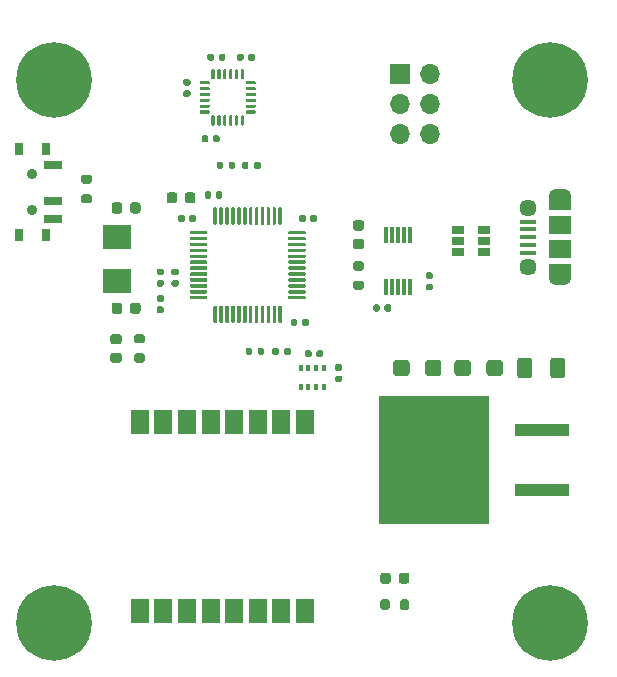
<source format=gbr>
%TF.GenerationSoftware,KiCad,Pcbnew,(5.1.9)-1*%
%TF.CreationDate,2021-09-16T13:16:14+03:00*%
%TF.ProjectId,STM32-V1,53544d33-322d-4563-912e-6b696361645f,rev?*%
%TF.SameCoordinates,Original*%
%TF.FileFunction,Soldermask,Top*%
%TF.FilePolarity,Negative*%
%FSLAX46Y46*%
G04 Gerber Fmt 4.6, Leading zero omitted, Abs format (unit mm)*
G04 Created by KiCad (PCBNEW (5.1.9)-1) date 2021-09-16 13:16:14*
%MOMM*%
%LPD*%
G01*
G04 APERTURE LIST*
%ADD10R,2.400000X2.000000*%
%ADD11R,0.300000X1.400000*%
%ADD12R,1.500000X2.000000*%
%ADD13C,0.800000*%
%ADD14C,6.400000*%
%ADD15R,1.900000X1.500000*%
%ADD16C,1.450000*%
%ADD17R,1.350000X0.400000*%
%ADD18O,1.900000X1.200000*%
%ADD19R,1.900000X1.200000*%
%ADD20R,1.700000X1.700000*%
%ADD21O,1.700000X1.700000*%
%ADD22C,0.900000*%
%ADD23R,1.500000X0.700000*%
%ADD24R,0.800000X1.000000*%
%ADD25R,4.600000X1.100000*%
%ADD26R,9.400000X10.800000*%
%ADD27R,1.060000X0.650000*%
%ADD28R,0.350000X0.500000*%
G04 APERTURE END LIST*
D10*
%TO.C,Y1*%
X93350000Y-111550000D03*
X93350000Y-107850000D03*
%TD*%
D11*
%TO.C,U7*%
X118125000Y-107675000D03*
X117625000Y-107675000D03*
X117125000Y-107675000D03*
X116625000Y-107675000D03*
X116125000Y-107675000D03*
X116125000Y-112075000D03*
X116625000Y-112075000D03*
X117125000Y-112075000D03*
X117625000Y-112075000D03*
X118125000Y-112075000D03*
%TD*%
D12*
%TO.C,U4*%
X95250000Y-123500000D03*
X97250000Y-123500000D03*
X99250000Y-123500000D03*
X101250000Y-123500000D03*
X103250000Y-123500000D03*
X105250000Y-123500000D03*
X107250000Y-123500000D03*
X109250000Y-123500000D03*
X109250000Y-139500000D03*
X107250000Y-139500000D03*
X105250000Y-139500000D03*
X103250000Y-139500000D03*
X101250000Y-139500000D03*
X99250000Y-139500000D03*
X97250000Y-139500000D03*
X95250000Y-139500000D03*
%TD*%
D13*
%TO.C,H4*%
X89697056Y-92802944D03*
X88000000Y-92100000D03*
X86302944Y-92802944D03*
X85600000Y-94500000D03*
X86302944Y-96197056D03*
X88000000Y-96900000D03*
X89697056Y-96197056D03*
X90400000Y-94500000D03*
D14*
X88000000Y-94500000D03*
%TD*%
D13*
%TO.C,H3*%
X89697056Y-138802944D03*
X88000000Y-138100000D03*
X86302944Y-138802944D03*
X85600000Y-140500000D03*
X86302944Y-142197056D03*
X88000000Y-142900000D03*
X89697056Y-142197056D03*
X90400000Y-140500000D03*
D14*
X88000000Y-140500000D03*
%TD*%
D13*
%TO.C,H2*%
X131697056Y-138802944D03*
X130000000Y-138100000D03*
X128302944Y-138802944D03*
X127600000Y-140500000D03*
X128302944Y-142197056D03*
X130000000Y-142900000D03*
X131697056Y-142197056D03*
X132400000Y-140500000D03*
D14*
X130000000Y-140500000D03*
%TD*%
D13*
%TO.C,H1*%
X131697056Y-92802944D03*
X130000000Y-92100000D03*
X128302944Y-92802944D03*
X127600000Y-94500000D03*
X128302944Y-96197056D03*
X130000000Y-96900000D03*
X131697056Y-96197056D03*
X132400000Y-94500000D03*
D14*
X130000000Y-94500000D03*
%TD*%
%TO.C,C9*%
G36*
G01*
X97170000Y-111050000D02*
X96830000Y-111050000D01*
G75*
G02*
X96690000Y-110910000I0J140000D01*
G01*
X96690000Y-110630000D01*
G75*
G02*
X96830000Y-110490000I140000J0D01*
G01*
X97170000Y-110490000D01*
G75*
G02*
X97310000Y-110630000I0J-140000D01*
G01*
X97310000Y-110910000D01*
G75*
G02*
X97170000Y-111050000I-140000J0D01*
G01*
G37*
G36*
G01*
X97170000Y-112010000D02*
X96830000Y-112010000D01*
G75*
G02*
X96690000Y-111870000I0J140000D01*
G01*
X96690000Y-111590000D01*
G75*
G02*
X96830000Y-111450000I140000J0D01*
G01*
X97170000Y-111450000D01*
G75*
G02*
X97310000Y-111590000I0J-140000D01*
G01*
X97310000Y-111870000D01*
G75*
G02*
X97170000Y-112010000I-140000J0D01*
G01*
G37*
%TD*%
%TO.C,C8*%
G36*
G01*
X98420000Y-111050000D02*
X98080000Y-111050000D01*
G75*
G02*
X97940000Y-110910000I0J140000D01*
G01*
X97940000Y-110630000D01*
G75*
G02*
X98080000Y-110490000I140000J0D01*
G01*
X98420000Y-110490000D01*
G75*
G02*
X98560000Y-110630000I0J-140000D01*
G01*
X98560000Y-110910000D01*
G75*
G02*
X98420000Y-111050000I-140000J0D01*
G01*
G37*
G36*
G01*
X98420000Y-112010000D02*
X98080000Y-112010000D01*
G75*
G02*
X97940000Y-111870000I0J140000D01*
G01*
X97940000Y-111590000D01*
G75*
G02*
X98080000Y-111450000I140000J0D01*
G01*
X98420000Y-111450000D01*
G75*
G02*
X98560000Y-111590000I0J-140000D01*
G01*
X98560000Y-111870000D01*
G75*
G02*
X98420000Y-112010000I-140000J0D01*
G01*
G37*
%TD*%
%TO.C,C15*%
G36*
G01*
X101050000Y-99330000D02*
X101050000Y-99670000D01*
G75*
G02*
X100910000Y-99810000I-140000J0D01*
G01*
X100630000Y-99810000D01*
G75*
G02*
X100490000Y-99670000I0J140000D01*
G01*
X100490000Y-99330000D01*
G75*
G02*
X100630000Y-99190000I140000J0D01*
G01*
X100910000Y-99190000D01*
G75*
G02*
X101050000Y-99330000I0J-140000D01*
G01*
G37*
G36*
G01*
X102010000Y-99330000D02*
X102010000Y-99670000D01*
G75*
G02*
X101870000Y-99810000I-140000J0D01*
G01*
X101590000Y-99810000D01*
G75*
G02*
X101450000Y-99670000I0J140000D01*
G01*
X101450000Y-99330000D01*
G75*
G02*
X101590000Y-99190000I140000J0D01*
G01*
X101870000Y-99190000D01*
G75*
G02*
X102010000Y-99330000I0J-140000D01*
G01*
G37*
%TD*%
%TO.C,C11*%
G36*
G01*
X99080000Y-95400000D02*
X99420000Y-95400000D01*
G75*
G02*
X99560000Y-95540000I0J-140000D01*
G01*
X99560000Y-95820000D01*
G75*
G02*
X99420000Y-95960000I-140000J0D01*
G01*
X99080000Y-95960000D01*
G75*
G02*
X98940000Y-95820000I0J140000D01*
G01*
X98940000Y-95540000D01*
G75*
G02*
X99080000Y-95400000I140000J0D01*
G01*
G37*
G36*
G01*
X99080000Y-94440000D02*
X99420000Y-94440000D01*
G75*
G02*
X99560000Y-94580000I0J-140000D01*
G01*
X99560000Y-94860000D01*
G75*
G02*
X99420000Y-95000000I-140000J0D01*
G01*
X99080000Y-95000000D01*
G75*
G02*
X98940000Y-94860000I0J140000D01*
G01*
X98940000Y-94580000D01*
G75*
G02*
X99080000Y-94440000I140000J0D01*
G01*
G37*
%TD*%
%TO.C,C10*%
G36*
G01*
X104050000Y-92430000D02*
X104050000Y-92770000D01*
G75*
G02*
X103910000Y-92910000I-140000J0D01*
G01*
X103630000Y-92910000D01*
G75*
G02*
X103490000Y-92770000I0J140000D01*
G01*
X103490000Y-92430000D01*
G75*
G02*
X103630000Y-92290000I140000J0D01*
G01*
X103910000Y-92290000D01*
G75*
G02*
X104050000Y-92430000I0J-140000D01*
G01*
G37*
G36*
G01*
X105010000Y-92430000D02*
X105010000Y-92770000D01*
G75*
G02*
X104870000Y-92910000I-140000J0D01*
G01*
X104590000Y-92910000D01*
G75*
G02*
X104450000Y-92770000I0J140000D01*
G01*
X104450000Y-92430000D01*
G75*
G02*
X104590000Y-92290000I140000J0D01*
G01*
X104870000Y-92290000D01*
G75*
G02*
X105010000Y-92430000I0J-140000D01*
G01*
G37*
%TD*%
%TO.C,C2*%
G36*
G01*
X119400000Y-119325001D02*
X119400000Y-118474999D01*
G75*
G02*
X119649999Y-118225000I249999J0D01*
G01*
X120550001Y-118225000D01*
G75*
G02*
X120800000Y-118474999I0J-249999D01*
G01*
X120800000Y-119325001D01*
G75*
G02*
X120550001Y-119575000I-249999J0D01*
G01*
X119649999Y-119575000D01*
G75*
G02*
X119400000Y-119325001I0J249999D01*
G01*
G37*
G36*
G01*
X116700000Y-119325001D02*
X116700000Y-118474999D01*
G75*
G02*
X116949999Y-118225000I249999J0D01*
G01*
X117850001Y-118225000D01*
G75*
G02*
X118100000Y-118474999I0J-249999D01*
G01*
X118100000Y-119325001D01*
G75*
G02*
X117850001Y-119575000I-249999J0D01*
G01*
X116949999Y-119575000D01*
G75*
G02*
X116700000Y-119325001I0J249999D01*
G01*
G37*
%TD*%
%TO.C,C1*%
G36*
G01*
X123300000Y-118474999D02*
X123300000Y-119325001D01*
G75*
G02*
X123050001Y-119575000I-249999J0D01*
G01*
X122149999Y-119575000D01*
G75*
G02*
X121900000Y-119325001I0J249999D01*
G01*
X121900000Y-118474999D01*
G75*
G02*
X122149999Y-118225000I249999J0D01*
G01*
X123050001Y-118225000D01*
G75*
G02*
X123300000Y-118474999I0J-249999D01*
G01*
G37*
G36*
G01*
X126000000Y-118474999D02*
X126000000Y-119325001D01*
G75*
G02*
X125750001Y-119575000I-249999J0D01*
G01*
X124849999Y-119575000D01*
G75*
G02*
X124600000Y-119325001I0J249999D01*
G01*
X124600000Y-118474999D01*
G75*
G02*
X124849999Y-118225000I249999J0D01*
G01*
X125750001Y-118225000D01*
G75*
G02*
X126000000Y-118474999I0J-249999D01*
G01*
G37*
%TD*%
%TO.C,C3*%
G36*
G01*
X99975000Y-104250000D02*
X99975000Y-104750000D01*
G75*
G02*
X99750000Y-104975000I-225000J0D01*
G01*
X99300000Y-104975000D01*
G75*
G02*
X99075000Y-104750000I0J225000D01*
G01*
X99075000Y-104250000D01*
G75*
G02*
X99300000Y-104025000I225000J0D01*
G01*
X99750000Y-104025000D01*
G75*
G02*
X99975000Y-104250000I0J-225000D01*
G01*
G37*
G36*
G01*
X98425000Y-104250000D02*
X98425000Y-104750000D01*
G75*
G02*
X98200000Y-104975000I-225000J0D01*
G01*
X97750000Y-104975000D01*
G75*
G02*
X97525000Y-104750000I0J225000D01*
G01*
X97525000Y-104250000D01*
G75*
G02*
X97750000Y-104025000I225000J0D01*
G01*
X98200000Y-104025000D01*
G75*
G02*
X98425000Y-104250000I0J-225000D01*
G01*
G37*
%TD*%
%TO.C,C4*%
G36*
G01*
X99050000Y-106080000D02*
X99050000Y-106420000D01*
G75*
G02*
X98910000Y-106560000I-140000J0D01*
G01*
X98630000Y-106560000D01*
G75*
G02*
X98490000Y-106420000I0J140000D01*
G01*
X98490000Y-106080000D01*
G75*
G02*
X98630000Y-105940000I140000J0D01*
G01*
X98910000Y-105940000D01*
G75*
G02*
X99050000Y-106080000I0J-140000D01*
G01*
G37*
G36*
G01*
X100010000Y-106080000D02*
X100010000Y-106420000D01*
G75*
G02*
X99870000Y-106560000I-140000J0D01*
G01*
X99590000Y-106560000D01*
G75*
G02*
X99450000Y-106420000I0J140000D01*
G01*
X99450000Y-106080000D01*
G75*
G02*
X99590000Y-105940000I140000J0D01*
G01*
X99870000Y-105940000D01*
G75*
G02*
X100010000Y-106080000I0J-140000D01*
G01*
G37*
%TD*%
%TO.C,C5*%
G36*
G01*
X108040000Y-115220000D02*
X108040000Y-114880000D01*
G75*
G02*
X108180000Y-114740000I140000J0D01*
G01*
X108460000Y-114740000D01*
G75*
G02*
X108600000Y-114880000I0J-140000D01*
G01*
X108600000Y-115220000D01*
G75*
G02*
X108460000Y-115360000I-140000J0D01*
G01*
X108180000Y-115360000D01*
G75*
G02*
X108040000Y-115220000I0J140000D01*
G01*
G37*
G36*
G01*
X109000000Y-115220000D02*
X109000000Y-114880000D01*
G75*
G02*
X109140000Y-114740000I140000J0D01*
G01*
X109420000Y-114740000D01*
G75*
G02*
X109560000Y-114880000I0J-140000D01*
G01*
X109560000Y-115220000D01*
G75*
G02*
X109420000Y-115360000I-140000J0D01*
G01*
X109140000Y-115360000D01*
G75*
G02*
X109000000Y-115220000I0J140000D01*
G01*
G37*
%TD*%
%TO.C,C6*%
G36*
G01*
X109700000Y-106420000D02*
X109700000Y-106080000D01*
G75*
G02*
X109840000Y-105940000I140000J0D01*
G01*
X110120000Y-105940000D01*
G75*
G02*
X110260000Y-106080000I0J-140000D01*
G01*
X110260000Y-106420000D01*
G75*
G02*
X110120000Y-106560000I-140000J0D01*
G01*
X109840000Y-106560000D01*
G75*
G02*
X109700000Y-106420000I0J140000D01*
G01*
G37*
G36*
G01*
X108740000Y-106420000D02*
X108740000Y-106080000D01*
G75*
G02*
X108880000Y-105940000I140000J0D01*
G01*
X109160000Y-105940000D01*
G75*
G02*
X109300000Y-106080000I0J-140000D01*
G01*
X109300000Y-106420000D01*
G75*
G02*
X109160000Y-106560000I-140000J0D01*
G01*
X108880000Y-106560000D01*
G75*
G02*
X108740000Y-106420000I0J140000D01*
G01*
G37*
%TD*%
%TO.C,C7*%
G36*
G01*
X100740000Y-104420000D02*
X100740000Y-104080000D01*
G75*
G02*
X100880000Y-103940000I140000J0D01*
G01*
X101160000Y-103940000D01*
G75*
G02*
X101300000Y-104080000I0J-140000D01*
G01*
X101300000Y-104420000D01*
G75*
G02*
X101160000Y-104560000I-140000J0D01*
G01*
X100880000Y-104560000D01*
G75*
G02*
X100740000Y-104420000I0J140000D01*
G01*
G37*
G36*
G01*
X101700000Y-104420000D02*
X101700000Y-104080000D01*
G75*
G02*
X101840000Y-103940000I140000J0D01*
G01*
X102120000Y-103940000D01*
G75*
G02*
X102260000Y-104080000I0J-140000D01*
G01*
X102260000Y-104420000D01*
G75*
G02*
X102120000Y-104560000I-140000J0D01*
G01*
X101840000Y-104560000D01*
G75*
G02*
X101700000Y-104420000I0J140000D01*
G01*
G37*
%TD*%
%TO.C,C12*%
G36*
G01*
X109240000Y-117870000D02*
X109240000Y-117530000D01*
G75*
G02*
X109380000Y-117390000I140000J0D01*
G01*
X109660000Y-117390000D01*
G75*
G02*
X109800000Y-117530000I0J-140000D01*
G01*
X109800000Y-117870000D01*
G75*
G02*
X109660000Y-118010000I-140000J0D01*
G01*
X109380000Y-118010000D01*
G75*
G02*
X109240000Y-117870000I0J140000D01*
G01*
G37*
G36*
G01*
X110200000Y-117870000D02*
X110200000Y-117530000D01*
G75*
G02*
X110340000Y-117390000I140000J0D01*
G01*
X110620000Y-117390000D01*
G75*
G02*
X110760000Y-117530000I0J-140000D01*
G01*
X110760000Y-117870000D01*
G75*
G02*
X110620000Y-118010000I-140000J0D01*
G01*
X110340000Y-118010000D01*
G75*
G02*
X110200000Y-117870000I0J140000D01*
G01*
G37*
%TD*%
%TO.C,C13*%
G36*
G01*
X111930000Y-119550000D02*
X112270000Y-119550000D01*
G75*
G02*
X112410000Y-119690000I0J-140000D01*
G01*
X112410000Y-119970000D01*
G75*
G02*
X112270000Y-120110000I-140000J0D01*
G01*
X111930000Y-120110000D01*
G75*
G02*
X111790000Y-119970000I0J140000D01*
G01*
X111790000Y-119690000D01*
G75*
G02*
X111930000Y-119550000I140000J0D01*
G01*
G37*
G36*
G01*
X111930000Y-118590000D02*
X112270000Y-118590000D01*
G75*
G02*
X112410000Y-118730000I0J-140000D01*
G01*
X112410000Y-119010000D01*
G75*
G02*
X112270000Y-119150000I-140000J0D01*
G01*
X111930000Y-119150000D01*
G75*
G02*
X111790000Y-119010000I0J140000D01*
G01*
X111790000Y-118730000D01*
G75*
G02*
X111930000Y-118590000I140000J0D01*
G01*
G37*
%TD*%
%TO.C,C14*%
G36*
G01*
X102510000Y-92430000D02*
X102510000Y-92770000D01*
G75*
G02*
X102370000Y-92910000I-140000J0D01*
G01*
X102090000Y-92910000D01*
G75*
G02*
X101950000Y-92770000I0J140000D01*
G01*
X101950000Y-92430000D01*
G75*
G02*
X102090000Y-92290000I140000J0D01*
G01*
X102370000Y-92290000D01*
G75*
G02*
X102510000Y-92430000I0J-140000D01*
G01*
G37*
G36*
G01*
X101550000Y-92430000D02*
X101550000Y-92770000D01*
G75*
G02*
X101410000Y-92910000I-140000J0D01*
G01*
X101130000Y-92910000D01*
G75*
G02*
X100990000Y-92770000I0J140000D01*
G01*
X100990000Y-92430000D01*
G75*
G02*
X101130000Y-92290000I140000J0D01*
G01*
X101410000Y-92290000D01*
G75*
G02*
X101550000Y-92430000I0J-140000D01*
G01*
G37*
%TD*%
%TO.C,C16*%
G36*
G01*
X94425000Y-105600000D02*
X94425000Y-105100000D01*
G75*
G02*
X94650000Y-104875000I225000J0D01*
G01*
X95100000Y-104875000D01*
G75*
G02*
X95325000Y-105100000I0J-225000D01*
G01*
X95325000Y-105600000D01*
G75*
G02*
X95100000Y-105825000I-225000J0D01*
G01*
X94650000Y-105825000D01*
G75*
G02*
X94425000Y-105600000I0J225000D01*
G01*
G37*
G36*
G01*
X92875000Y-105600000D02*
X92875000Y-105100000D01*
G75*
G02*
X93100000Y-104875000I225000J0D01*
G01*
X93550000Y-104875000D01*
G75*
G02*
X93775000Y-105100000I0J-225000D01*
G01*
X93775000Y-105600000D01*
G75*
G02*
X93550000Y-105825000I-225000J0D01*
G01*
X93100000Y-105825000D01*
G75*
G02*
X92875000Y-105600000I0J225000D01*
G01*
G37*
%TD*%
%TO.C,C17*%
G36*
G01*
X92875000Y-114100000D02*
X92875000Y-113600000D01*
G75*
G02*
X93100000Y-113375000I225000J0D01*
G01*
X93550000Y-113375000D01*
G75*
G02*
X93775000Y-113600000I0J-225000D01*
G01*
X93775000Y-114100000D01*
G75*
G02*
X93550000Y-114325000I-225000J0D01*
G01*
X93100000Y-114325000D01*
G75*
G02*
X92875000Y-114100000I0J225000D01*
G01*
G37*
G36*
G01*
X94425000Y-114100000D02*
X94425000Y-113600000D01*
G75*
G02*
X94650000Y-113375000I225000J0D01*
G01*
X95100000Y-113375000D01*
G75*
G02*
X95325000Y-113600000I0J-225000D01*
G01*
X95325000Y-114100000D01*
G75*
G02*
X95100000Y-114325000I-225000J0D01*
G01*
X94650000Y-114325000D01*
G75*
G02*
X94425000Y-114100000I0J225000D01*
G01*
G37*
%TD*%
%TO.C,C18*%
G36*
G01*
X116535000Y-113655000D02*
X116535000Y-113995000D01*
G75*
G02*
X116395000Y-114135000I-140000J0D01*
G01*
X116115000Y-114135000D01*
G75*
G02*
X115975000Y-113995000I0J140000D01*
G01*
X115975000Y-113655000D01*
G75*
G02*
X116115000Y-113515000I140000J0D01*
G01*
X116395000Y-113515000D01*
G75*
G02*
X116535000Y-113655000I0J-140000D01*
G01*
G37*
G36*
G01*
X115575000Y-113655000D02*
X115575000Y-113995000D01*
G75*
G02*
X115435000Y-114135000I-140000J0D01*
G01*
X115155000Y-114135000D01*
G75*
G02*
X115015000Y-113995000I0J140000D01*
G01*
X115015000Y-113655000D01*
G75*
G02*
X115155000Y-113515000I140000J0D01*
G01*
X115435000Y-113515000D01*
G75*
G02*
X115575000Y-113655000I0J-140000D01*
G01*
G37*
%TD*%
%TO.C,C19*%
G36*
G01*
X119945000Y-111375000D02*
X119605000Y-111375000D01*
G75*
G02*
X119465000Y-111235000I0J140000D01*
G01*
X119465000Y-110955000D01*
G75*
G02*
X119605000Y-110815000I140000J0D01*
G01*
X119945000Y-110815000D01*
G75*
G02*
X120085000Y-110955000I0J-140000D01*
G01*
X120085000Y-111235000D01*
G75*
G02*
X119945000Y-111375000I-140000J0D01*
G01*
G37*
G36*
G01*
X119945000Y-112335000D02*
X119605000Y-112335000D01*
G75*
G02*
X119465000Y-112195000I0J140000D01*
G01*
X119465000Y-111915000D01*
G75*
G02*
X119605000Y-111775000I140000J0D01*
G01*
X119945000Y-111775000D01*
G75*
G02*
X120085000Y-111915000I0J-140000D01*
G01*
X120085000Y-112195000D01*
G75*
G02*
X119945000Y-112335000I-140000J0D01*
G01*
G37*
%TD*%
%TO.C,D1*%
G36*
G01*
X117200000Y-136956250D02*
X117200000Y-136443750D01*
G75*
G02*
X117418750Y-136225000I218750J0D01*
G01*
X117856250Y-136225000D01*
G75*
G02*
X118075000Y-136443750I0J-218750D01*
G01*
X118075000Y-136956250D01*
G75*
G02*
X117856250Y-137175000I-218750J0D01*
G01*
X117418750Y-137175000D01*
G75*
G02*
X117200000Y-136956250I0J218750D01*
G01*
G37*
G36*
G01*
X115625000Y-136956250D02*
X115625000Y-136443750D01*
G75*
G02*
X115843750Y-136225000I218750J0D01*
G01*
X116281250Y-136225000D01*
G75*
G02*
X116500000Y-136443750I0J-218750D01*
G01*
X116500000Y-136956250D01*
G75*
G02*
X116281250Y-137175000I-218750J0D01*
G01*
X115843750Y-137175000D01*
G75*
G02*
X115625000Y-136956250I0J218750D01*
G01*
G37*
%TD*%
%TO.C,D2*%
G36*
G01*
X92993750Y-116025000D02*
X93506250Y-116025000D01*
G75*
G02*
X93725000Y-116243750I0J-218750D01*
G01*
X93725000Y-116681250D01*
G75*
G02*
X93506250Y-116900000I-218750J0D01*
G01*
X92993750Y-116900000D01*
G75*
G02*
X92775000Y-116681250I0J218750D01*
G01*
X92775000Y-116243750D01*
G75*
G02*
X92993750Y-116025000I218750J0D01*
G01*
G37*
G36*
G01*
X92993750Y-117600000D02*
X93506250Y-117600000D01*
G75*
G02*
X93725000Y-117818750I0J-218750D01*
G01*
X93725000Y-118256250D01*
G75*
G02*
X93506250Y-118475000I-218750J0D01*
G01*
X92993750Y-118475000D01*
G75*
G02*
X92775000Y-118256250I0J218750D01*
G01*
X92775000Y-117818750D01*
G75*
G02*
X92993750Y-117600000I218750J0D01*
G01*
G37*
%TD*%
%TO.C,D3*%
G36*
G01*
X113518750Y-106387500D02*
X114031250Y-106387500D01*
G75*
G02*
X114250000Y-106606250I0J-218750D01*
G01*
X114250000Y-107043750D01*
G75*
G02*
X114031250Y-107262500I-218750J0D01*
G01*
X113518750Y-107262500D01*
G75*
G02*
X113300000Y-107043750I0J218750D01*
G01*
X113300000Y-106606250D01*
G75*
G02*
X113518750Y-106387500I218750J0D01*
G01*
G37*
G36*
G01*
X113518750Y-107962500D02*
X114031250Y-107962500D01*
G75*
G02*
X114250000Y-108181250I0J-218750D01*
G01*
X114250000Y-108618750D01*
G75*
G02*
X114031250Y-108837500I-218750J0D01*
G01*
X113518750Y-108837500D01*
G75*
G02*
X113300000Y-108618750I0J218750D01*
G01*
X113300000Y-108181250D01*
G75*
G02*
X113518750Y-107962500I218750J0D01*
G01*
G37*
%TD*%
%TO.C,F1*%
G36*
G01*
X127225000Y-119525000D02*
X127225000Y-118275000D01*
G75*
G02*
X127475000Y-118025000I250000J0D01*
G01*
X128225000Y-118025000D01*
G75*
G02*
X128475000Y-118275000I0J-250000D01*
G01*
X128475000Y-119525000D01*
G75*
G02*
X128225000Y-119775000I-250000J0D01*
G01*
X127475000Y-119775000D01*
G75*
G02*
X127225000Y-119525000I0J250000D01*
G01*
G37*
G36*
G01*
X130025000Y-119525000D02*
X130025000Y-118275000D01*
G75*
G02*
X130275000Y-118025000I250000J0D01*
G01*
X131025000Y-118025000D01*
G75*
G02*
X131275000Y-118275000I0J-250000D01*
G01*
X131275000Y-119525000D01*
G75*
G02*
X131025000Y-119775000I-250000J0D01*
G01*
X130275000Y-119775000D01*
G75*
G02*
X130025000Y-119525000I0J250000D01*
G01*
G37*
%TD*%
D15*
%TO.C,J1*%
X130812500Y-106825000D03*
D16*
X128112500Y-110325000D03*
D17*
X128112500Y-108475000D03*
X128112500Y-109125000D03*
X128112500Y-106525000D03*
X128112500Y-107175000D03*
X128112500Y-107825000D03*
D16*
X128112500Y-105325000D03*
D15*
X130812500Y-108825000D03*
D18*
X130812500Y-111325000D03*
X130812500Y-104325000D03*
D19*
X130812500Y-104925000D03*
X130812500Y-110725000D03*
%TD*%
D20*
%TO.C,J2*%
X117250000Y-94000000D03*
D21*
X119790000Y-94000000D03*
X117250000Y-96540000D03*
X119790000Y-96540000D03*
X117250000Y-99080000D03*
X119790000Y-99080000D03*
%TD*%
%TO.C,L1*%
G36*
G01*
X97172500Y-114280000D02*
X96827500Y-114280000D01*
G75*
G02*
X96680000Y-114132500I0J147500D01*
G01*
X96680000Y-113837500D01*
G75*
G02*
X96827500Y-113690000I147500J0D01*
G01*
X97172500Y-113690000D01*
G75*
G02*
X97320000Y-113837500I0J-147500D01*
G01*
X97320000Y-114132500D01*
G75*
G02*
X97172500Y-114280000I-147500J0D01*
G01*
G37*
G36*
G01*
X97172500Y-113310000D02*
X96827500Y-113310000D01*
G75*
G02*
X96680000Y-113162500I0J147500D01*
G01*
X96680000Y-112867500D01*
G75*
G02*
X96827500Y-112720000I147500J0D01*
G01*
X97172500Y-112720000D01*
G75*
G02*
X97320000Y-112867500I0J-147500D01*
G01*
X97320000Y-113162500D01*
G75*
G02*
X97172500Y-113310000I-147500J0D01*
G01*
G37*
%TD*%
%TO.C,R1*%
G36*
G01*
X117275000Y-139225000D02*
X117275000Y-138675000D01*
G75*
G02*
X117475000Y-138475000I200000J0D01*
G01*
X117875000Y-138475000D01*
G75*
G02*
X118075000Y-138675000I0J-200000D01*
G01*
X118075000Y-139225000D01*
G75*
G02*
X117875000Y-139425000I-200000J0D01*
G01*
X117475000Y-139425000D01*
G75*
G02*
X117275000Y-139225000I0J200000D01*
G01*
G37*
G36*
G01*
X115625000Y-139225000D02*
X115625000Y-138675000D01*
G75*
G02*
X115825000Y-138475000I200000J0D01*
G01*
X116225000Y-138475000D01*
G75*
G02*
X116425000Y-138675000I0J-200000D01*
G01*
X116425000Y-139225000D01*
G75*
G02*
X116225000Y-139425000I-200000J0D01*
G01*
X115825000Y-139425000D01*
G75*
G02*
X115625000Y-139225000I0J200000D01*
G01*
G37*
%TD*%
%TO.C,R2*%
G36*
G01*
X91025000Y-104975000D02*
X90475000Y-104975000D01*
G75*
G02*
X90275000Y-104775000I0J200000D01*
G01*
X90275000Y-104375000D01*
G75*
G02*
X90475000Y-104175000I200000J0D01*
G01*
X91025000Y-104175000D01*
G75*
G02*
X91225000Y-104375000I0J-200000D01*
G01*
X91225000Y-104775000D01*
G75*
G02*
X91025000Y-104975000I-200000J0D01*
G01*
G37*
G36*
G01*
X91025000Y-103325000D02*
X90475000Y-103325000D01*
G75*
G02*
X90275000Y-103125000I0J200000D01*
G01*
X90275000Y-102725000D01*
G75*
G02*
X90475000Y-102525000I200000J0D01*
G01*
X91025000Y-102525000D01*
G75*
G02*
X91225000Y-102725000I0J-200000D01*
G01*
X91225000Y-103125000D01*
G75*
G02*
X91025000Y-103325000I-200000J0D01*
G01*
G37*
%TD*%
%TO.C,R3*%
G36*
G01*
X94975000Y-116025000D02*
X95525000Y-116025000D01*
G75*
G02*
X95725000Y-116225000I0J-200000D01*
G01*
X95725000Y-116625000D01*
G75*
G02*
X95525000Y-116825000I-200000J0D01*
G01*
X94975000Y-116825000D01*
G75*
G02*
X94775000Y-116625000I0J200000D01*
G01*
X94775000Y-116225000D01*
G75*
G02*
X94975000Y-116025000I200000J0D01*
G01*
G37*
G36*
G01*
X94975000Y-117675000D02*
X95525000Y-117675000D01*
G75*
G02*
X95725000Y-117875000I0J-200000D01*
G01*
X95725000Y-118275000D01*
G75*
G02*
X95525000Y-118475000I-200000J0D01*
G01*
X94975000Y-118475000D01*
G75*
G02*
X94775000Y-118275000I0J200000D01*
G01*
X94775000Y-117875000D01*
G75*
G02*
X94975000Y-117675000I200000J0D01*
G01*
G37*
%TD*%
%TO.C,R4*%
G36*
G01*
X104460000Y-101565000D02*
X104460000Y-101935000D01*
G75*
G02*
X104325000Y-102070000I-135000J0D01*
G01*
X104055000Y-102070000D01*
G75*
G02*
X103920000Y-101935000I0J135000D01*
G01*
X103920000Y-101565000D01*
G75*
G02*
X104055000Y-101430000I135000J0D01*
G01*
X104325000Y-101430000D01*
G75*
G02*
X104460000Y-101565000I0J-135000D01*
G01*
G37*
G36*
G01*
X105480000Y-101565000D02*
X105480000Y-101935000D01*
G75*
G02*
X105345000Y-102070000I-135000J0D01*
G01*
X105075000Y-102070000D01*
G75*
G02*
X104940000Y-101935000I0J135000D01*
G01*
X104940000Y-101565000D01*
G75*
G02*
X105075000Y-101430000I135000J0D01*
G01*
X105345000Y-101430000D01*
G75*
G02*
X105480000Y-101565000I0J-135000D01*
G01*
G37*
%TD*%
%TO.C,R5*%
G36*
G01*
X101770000Y-101935000D02*
X101770000Y-101565000D01*
G75*
G02*
X101905000Y-101430000I135000J0D01*
G01*
X102175000Y-101430000D01*
G75*
G02*
X102310000Y-101565000I0J-135000D01*
G01*
X102310000Y-101935000D01*
G75*
G02*
X102175000Y-102070000I-135000J0D01*
G01*
X101905000Y-102070000D01*
G75*
G02*
X101770000Y-101935000I0J135000D01*
G01*
G37*
G36*
G01*
X102790000Y-101935000D02*
X102790000Y-101565000D01*
G75*
G02*
X102925000Y-101430000I135000J0D01*
G01*
X103195000Y-101430000D01*
G75*
G02*
X103330000Y-101565000I0J-135000D01*
G01*
X103330000Y-101935000D01*
G75*
G02*
X103195000Y-102070000I-135000J0D01*
G01*
X102925000Y-102070000D01*
G75*
G02*
X102790000Y-101935000I0J135000D01*
G01*
G37*
%TD*%
%TO.C,R6*%
G36*
G01*
X114050000Y-110650000D02*
X113500000Y-110650000D01*
G75*
G02*
X113300000Y-110450000I0J200000D01*
G01*
X113300000Y-110050000D01*
G75*
G02*
X113500000Y-109850000I200000J0D01*
G01*
X114050000Y-109850000D01*
G75*
G02*
X114250000Y-110050000I0J-200000D01*
G01*
X114250000Y-110450000D01*
G75*
G02*
X114050000Y-110650000I-200000J0D01*
G01*
G37*
G36*
G01*
X114050000Y-112300000D02*
X113500000Y-112300000D01*
G75*
G02*
X113300000Y-112100000I0J200000D01*
G01*
X113300000Y-111700000D01*
G75*
G02*
X113500000Y-111500000I200000J0D01*
G01*
X114050000Y-111500000D01*
G75*
G02*
X114250000Y-111700000I0J-200000D01*
G01*
X114250000Y-112100000D01*
G75*
G02*
X114050000Y-112300000I-200000J0D01*
G01*
G37*
%TD*%
%TO.C,R7*%
G36*
G01*
X105240000Y-117685000D02*
X105240000Y-117315000D01*
G75*
G02*
X105375000Y-117180000I135000J0D01*
G01*
X105645000Y-117180000D01*
G75*
G02*
X105780000Y-117315000I0J-135000D01*
G01*
X105780000Y-117685000D01*
G75*
G02*
X105645000Y-117820000I-135000J0D01*
G01*
X105375000Y-117820000D01*
G75*
G02*
X105240000Y-117685000I0J135000D01*
G01*
G37*
G36*
G01*
X104220000Y-117685000D02*
X104220000Y-117315000D01*
G75*
G02*
X104355000Y-117180000I135000J0D01*
G01*
X104625000Y-117180000D01*
G75*
G02*
X104760000Y-117315000I0J-135000D01*
G01*
X104760000Y-117685000D01*
G75*
G02*
X104625000Y-117820000I-135000J0D01*
G01*
X104355000Y-117820000D01*
G75*
G02*
X104220000Y-117685000I0J135000D01*
G01*
G37*
%TD*%
%TO.C,R8*%
G36*
G01*
X108030000Y-117315000D02*
X108030000Y-117685000D01*
G75*
G02*
X107895000Y-117820000I-135000J0D01*
G01*
X107625000Y-117820000D01*
G75*
G02*
X107490000Y-117685000I0J135000D01*
G01*
X107490000Y-117315000D01*
G75*
G02*
X107625000Y-117180000I135000J0D01*
G01*
X107895000Y-117180000D01*
G75*
G02*
X108030000Y-117315000I0J-135000D01*
G01*
G37*
G36*
G01*
X107010000Y-117315000D02*
X107010000Y-117685000D01*
G75*
G02*
X106875000Y-117820000I-135000J0D01*
G01*
X106605000Y-117820000D01*
G75*
G02*
X106470000Y-117685000I0J135000D01*
G01*
X106470000Y-117315000D01*
G75*
G02*
X106605000Y-117180000I135000J0D01*
G01*
X106875000Y-117180000D01*
G75*
G02*
X107010000Y-117315000I0J-135000D01*
G01*
G37*
%TD*%
D22*
%TO.C,SW1*%
X86170000Y-102500000D03*
X86170000Y-105500000D03*
D23*
X87930000Y-101750000D03*
X87930000Y-104750000D03*
X87930000Y-106250000D03*
D24*
X85070000Y-100350000D03*
X85070000Y-107650000D03*
X87280000Y-107650000D03*
X87280000Y-100350000D03*
%TD*%
D25*
%TO.C,U1*%
X129325000Y-129240000D03*
X129325000Y-124160000D03*
D26*
X120175000Y-126700000D03*
%TD*%
D27*
%TO.C,U2*%
X124400000Y-109100000D03*
X124400000Y-108150000D03*
X124400000Y-107200000D03*
X122200000Y-107200000D03*
X122200000Y-109100000D03*
X122200000Y-108150000D03*
%TD*%
D28*
%TO.C,U3*%
X110825000Y-120500000D03*
X108875000Y-118900000D03*
X109525000Y-118900000D03*
X110175000Y-118900000D03*
X108875000Y-120500000D03*
X109525000Y-120500000D03*
X110175000Y-120500000D03*
X110825000Y-118900000D03*
%TD*%
%TO.C,U5*%
G36*
G01*
X105075000Y-97175000D02*
X105075000Y-97325000D01*
G75*
G02*
X105000000Y-97400000I-75000J0D01*
G01*
X104300000Y-97400000D01*
G75*
G02*
X104225000Y-97325000I0J75000D01*
G01*
X104225000Y-97175000D01*
G75*
G02*
X104300000Y-97100000I75000J0D01*
G01*
X105000000Y-97100000D01*
G75*
G02*
X105075000Y-97175000I0J-75000D01*
G01*
G37*
G36*
G01*
X105075000Y-96675000D02*
X105075000Y-96825000D01*
G75*
G02*
X105000000Y-96900000I-75000J0D01*
G01*
X104300000Y-96900000D01*
G75*
G02*
X104225000Y-96825000I0J75000D01*
G01*
X104225000Y-96675000D01*
G75*
G02*
X104300000Y-96600000I75000J0D01*
G01*
X105000000Y-96600000D01*
G75*
G02*
X105075000Y-96675000I0J-75000D01*
G01*
G37*
G36*
G01*
X105075000Y-96175000D02*
X105075000Y-96325000D01*
G75*
G02*
X105000000Y-96400000I-75000J0D01*
G01*
X104300000Y-96400000D01*
G75*
G02*
X104225000Y-96325000I0J75000D01*
G01*
X104225000Y-96175000D01*
G75*
G02*
X104300000Y-96100000I75000J0D01*
G01*
X105000000Y-96100000D01*
G75*
G02*
X105075000Y-96175000I0J-75000D01*
G01*
G37*
G36*
G01*
X105075000Y-95675000D02*
X105075000Y-95825000D01*
G75*
G02*
X105000000Y-95900000I-75000J0D01*
G01*
X104300000Y-95900000D01*
G75*
G02*
X104225000Y-95825000I0J75000D01*
G01*
X104225000Y-95675000D01*
G75*
G02*
X104300000Y-95600000I75000J0D01*
G01*
X105000000Y-95600000D01*
G75*
G02*
X105075000Y-95675000I0J-75000D01*
G01*
G37*
G36*
G01*
X105075000Y-95175000D02*
X105075000Y-95325000D01*
G75*
G02*
X105000000Y-95400000I-75000J0D01*
G01*
X104300000Y-95400000D01*
G75*
G02*
X104225000Y-95325000I0J75000D01*
G01*
X104225000Y-95175000D01*
G75*
G02*
X104300000Y-95100000I75000J0D01*
G01*
X105000000Y-95100000D01*
G75*
G02*
X105075000Y-95175000I0J-75000D01*
G01*
G37*
G36*
G01*
X105075000Y-94675000D02*
X105075000Y-94825000D01*
G75*
G02*
X105000000Y-94900000I-75000J0D01*
G01*
X104300000Y-94900000D01*
G75*
G02*
X104225000Y-94825000I0J75000D01*
G01*
X104225000Y-94675000D01*
G75*
G02*
X104300000Y-94600000I75000J0D01*
G01*
X105000000Y-94600000D01*
G75*
G02*
X105075000Y-94675000I0J-75000D01*
G01*
G37*
G36*
G01*
X103875000Y-93625000D02*
X104025000Y-93625000D01*
G75*
G02*
X104100000Y-93700000I0J-75000D01*
G01*
X104100000Y-94400000D01*
G75*
G02*
X104025000Y-94475000I-75000J0D01*
G01*
X103875000Y-94475000D01*
G75*
G02*
X103800000Y-94400000I0J75000D01*
G01*
X103800000Y-93700000D01*
G75*
G02*
X103875000Y-93625000I75000J0D01*
G01*
G37*
G36*
G01*
X103375000Y-93625000D02*
X103525000Y-93625000D01*
G75*
G02*
X103600000Y-93700000I0J-75000D01*
G01*
X103600000Y-94400000D01*
G75*
G02*
X103525000Y-94475000I-75000J0D01*
G01*
X103375000Y-94475000D01*
G75*
G02*
X103300000Y-94400000I0J75000D01*
G01*
X103300000Y-93700000D01*
G75*
G02*
X103375000Y-93625000I75000J0D01*
G01*
G37*
G36*
G01*
X102875000Y-93625000D02*
X103025000Y-93625000D01*
G75*
G02*
X103100000Y-93700000I0J-75000D01*
G01*
X103100000Y-94400000D01*
G75*
G02*
X103025000Y-94475000I-75000J0D01*
G01*
X102875000Y-94475000D01*
G75*
G02*
X102800000Y-94400000I0J75000D01*
G01*
X102800000Y-93700000D01*
G75*
G02*
X102875000Y-93625000I75000J0D01*
G01*
G37*
G36*
G01*
X102375000Y-93625000D02*
X102525000Y-93625000D01*
G75*
G02*
X102600000Y-93700000I0J-75000D01*
G01*
X102600000Y-94400000D01*
G75*
G02*
X102525000Y-94475000I-75000J0D01*
G01*
X102375000Y-94475000D01*
G75*
G02*
X102300000Y-94400000I0J75000D01*
G01*
X102300000Y-93700000D01*
G75*
G02*
X102375000Y-93625000I75000J0D01*
G01*
G37*
G36*
G01*
X101875000Y-93625000D02*
X102025000Y-93625000D01*
G75*
G02*
X102100000Y-93700000I0J-75000D01*
G01*
X102100000Y-94400000D01*
G75*
G02*
X102025000Y-94475000I-75000J0D01*
G01*
X101875000Y-94475000D01*
G75*
G02*
X101800000Y-94400000I0J75000D01*
G01*
X101800000Y-93700000D01*
G75*
G02*
X101875000Y-93625000I75000J0D01*
G01*
G37*
G36*
G01*
X101375000Y-93625000D02*
X101525000Y-93625000D01*
G75*
G02*
X101600000Y-93700000I0J-75000D01*
G01*
X101600000Y-94400000D01*
G75*
G02*
X101525000Y-94475000I-75000J0D01*
G01*
X101375000Y-94475000D01*
G75*
G02*
X101300000Y-94400000I0J75000D01*
G01*
X101300000Y-93700000D01*
G75*
G02*
X101375000Y-93625000I75000J0D01*
G01*
G37*
G36*
G01*
X101175000Y-94675000D02*
X101175000Y-94825000D01*
G75*
G02*
X101100000Y-94900000I-75000J0D01*
G01*
X100400000Y-94900000D01*
G75*
G02*
X100325000Y-94825000I0J75000D01*
G01*
X100325000Y-94675000D01*
G75*
G02*
X100400000Y-94600000I75000J0D01*
G01*
X101100000Y-94600000D01*
G75*
G02*
X101175000Y-94675000I0J-75000D01*
G01*
G37*
G36*
G01*
X101175000Y-95175000D02*
X101175000Y-95325000D01*
G75*
G02*
X101100000Y-95400000I-75000J0D01*
G01*
X100400000Y-95400000D01*
G75*
G02*
X100325000Y-95325000I0J75000D01*
G01*
X100325000Y-95175000D01*
G75*
G02*
X100400000Y-95100000I75000J0D01*
G01*
X101100000Y-95100000D01*
G75*
G02*
X101175000Y-95175000I0J-75000D01*
G01*
G37*
G36*
G01*
X101175000Y-95675000D02*
X101175000Y-95825000D01*
G75*
G02*
X101100000Y-95900000I-75000J0D01*
G01*
X100400000Y-95900000D01*
G75*
G02*
X100325000Y-95825000I0J75000D01*
G01*
X100325000Y-95675000D01*
G75*
G02*
X100400000Y-95600000I75000J0D01*
G01*
X101100000Y-95600000D01*
G75*
G02*
X101175000Y-95675000I0J-75000D01*
G01*
G37*
G36*
G01*
X101175000Y-96175000D02*
X101175000Y-96325000D01*
G75*
G02*
X101100000Y-96400000I-75000J0D01*
G01*
X100400000Y-96400000D01*
G75*
G02*
X100325000Y-96325000I0J75000D01*
G01*
X100325000Y-96175000D01*
G75*
G02*
X100400000Y-96100000I75000J0D01*
G01*
X101100000Y-96100000D01*
G75*
G02*
X101175000Y-96175000I0J-75000D01*
G01*
G37*
G36*
G01*
X101175000Y-96675000D02*
X101175000Y-96825000D01*
G75*
G02*
X101100000Y-96900000I-75000J0D01*
G01*
X100400000Y-96900000D01*
G75*
G02*
X100325000Y-96825000I0J75000D01*
G01*
X100325000Y-96675000D01*
G75*
G02*
X100400000Y-96600000I75000J0D01*
G01*
X101100000Y-96600000D01*
G75*
G02*
X101175000Y-96675000I0J-75000D01*
G01*
G37*
G36*
G01*
X101175000Y-97175000D02*
X101175000Y-97325000D01*
G75*
G02*
X101100000Y-97400000I-75000J0D01*
G01*
X100400000Y-97400000D01*
G75*
G02*
X100325000Y-97325000I0J75000D01*
G01*
X100325000Y-97175000D01*
G75*
G02*
X100400000Y-97100000I75000J0D01*
G01*
X101100000Y-97100000D01*
G75*
G02*
X101175000Y-97175000I0J-75000D01*
G01*
G37*
G36*
G01*
X101375000Y-97525000D02*
X101525000Y-97525000D01*
G75*
G02*
X101600000Y-97600000I0J-75000D01*
G01*
X101600000Y-98300000D01*
G75*
G02*
X101525000Y-98375000I-75000J0D01*
G01*
X101375000Y-98375000D01*
G75*
G02*
X101300000Y-98300000I0J75000D01*
G01*
X101300000Y-97600000D01*
G75*
G02*
X101375000Y-97525000I75000J0D01*
G01*
G37*
G36*
G01*
X101875000Y-97525000D02*
X102025000Y-97525000D01*
G75*
G02*
X102100000Y-97600000I0J-75000D01*
G01*
X102100000Y-98300000D01*
G75*
G02*
X102025000Y-98375000I-75000J0D01*
G01*
X101875000Y-98375000D01*
G75*
G02*
X101800000Y-98300000I0J75000D01*
G01*
X101800000Y-97600000D01*
G75*
G02*
X101875000Y-97525000I75000J0D01*
G01*
G37*
G36*
G01*
X102375000Y-97525000D02*
X102525000Y-97525000D01*
G75*
G02*
X102600000Y-97600000I0J-75000D01*
G01*
X102600000Y-98300000D01*
G75*
G02*
X102525000Y-98375000I-75000J0D01*
G01*
X102375000Y-98375000D01*
G75*
G02*
X102300000Y-98300000I0J75000D01*
G01*
X102300000Y-97600000D01*
G75*
G02*
X102375000Y-97525000I75000J0D01*
G01*
G37*
G36*
G01*
X102875000Y-97525000D02*
X103025000Y-97525000D01*
G75*
G02*
X103100000Y-97600000I0J-75000D01*
G01*
X103100000Y-98300000D01*
G75*
G02*
X103025000Y-98375000I-75000J0D01*
G01*
X102875000Y-98375000D01*
G75*
G02*
X102800000Y-98300000I0J75000D01*
G01*
X102800000Y-97600000D01*
G75*
G02*
X102875000Y-97525000I75000J0D01*
G01*
G37*
G36*
G01*
X103375000Y-97525000D02*
X103525000Y-97525000D01*
G75*
G02*
X103600000Y-97600000I0J-75000D01*
G01*
X103600000Y-98300000D01*
G75*
G02*
X103525000Y-98375000I-75000J0D01*
G01*
X103375000Y-98375000D01*
G75*
G02*
X103300000Y-98300000I0J75000D01*
G01*
X103300000Y-97600000D01*
G75*
G02*
X103375000Y-97525000I75000J0D01*
G01*
G37*
G36*
G01*
X103875000Y-97525000D02*
X104025000Y-97525000D01*
G75*
G02*
X104100000Y-97600000I0J-75000D01*
G01*
X104100000Y-98300000D01*
G75*
G02*
X104025000Y-98375000I-75000J0D01*
G01*
X103875000Y-98375000D01*
G75*
G02*
X103800000Y-98300000I0J75000D01*
G01*
X103800000Y-97600000D01*
G75*
G02*
X103875000Y-97525000I75000J0D01*
G01*
G37*
%TD*%
%TO.C,U6*%
G36*
G01*
X99500000Y-107525000D02*
X99500000Y-107375000D01*
G75*
G02*
X99575000Y-107300000I75000J0D01*
G01*
X100900000Y-107300000D01*
G75*
G02*
X100975000Y-107375000I0J-75000D01*
G01*
X100975000Y-107525000D01*
G75*
G02*
X100900000Y-107600000I-75000J0D01*
G01*
X99575000Y-107600000D01*
G75*
G02*
X99500000Y-107525000I0J75000D01*
G01*
G37*
G36*
G01*
X99500000Y-108025000D02*
X99500000Y-107875000D01*
G75*
G02*
X99575000Y-107800000I75000J0D01*
G01*
X100900000Y-107800000D01*
G75*
G02*
X100975000Y-107875000I0J-75000D01*
G01*
X100975000Y-108025000D01*
G75*
G02*
X100900000Y-108100000I-75000J0D01*
G01*
X99575000Y-108100000D01*
G75*
G02*
X99500000Y-108025000I0J75000D01*
G01*
G37*
G36*
G01*
X99500000Y-108525000D02*
X99500000Y-108375000D01*
G75*
G02*
X99575000Y-108300000I75000J0D01*
G01*
X100900000Y-108300000D01*
G75*
G02*
X100975000Y-108375000I0J-75000D01*
G01*
X100975000Y-108525000D01*
G75*
G02*
X100900000Y-108600000I-75000J0D01*
G01*
X99575000Y-108600000D01*
G75*
G02*
X99500000Y-108525000I0J75000D01*
G01*
G37*
G36*
G01*
X99500000Y-109025000D02*
X99500000Y-108875000D01*
G75*
G02*
X99575000Y-108800000I75000J0D01*
G01*
X100900000Y-108800000D01*
G75*
G02*
X100975000Y-108875000I0J-75000D01*
G01*
X100975000Y-109025000D01*
G75*
G02*
X100900000Y-109100000I-75000J0D01*
G01*
X99575000Y-109100000D01*
G75*
G02*
X99500000Y-109025000I0J75000D01*
G01*
G37*
G36*
G01*
X99500000Y-109525000D02*
X99500000Y-109375000D01*
G75*
G02*
X99575000Y-109300000I75000J0D01*
G01*
X100900000Y-109300000D01*
G75*
G02*
X100975000Y-109375000I0J-75000D01*
G01*
X100975000Y-109525000D01*
G75*
G02*
X100900000Y-109600000I-75000J0D01*
G01*
X99575000Y-109600000D01*
G75*
G02*
X99500000Y-109525000I0J75000D01*
G01*
G37*
G36*
G01*
X99500000Y-110025000D02*
X99500000Y-109875000D01*
G75*
G02*
X99575000Y-109800000I75000J0D01*
G01*
X100900000Y-109800000D01*
G75*
G02*
X100975000Y-109875000I0J-75000D01*
G01*
X100975000Y-110025000D01*
G75*
G02*
X100900000Y-110100000I-75000J0D01*
G01*
X99575000Y-110100000D01*
G75*
G02*
X99500000Y-110025000I0J75000D01*
G01*
G37*
G36*
G01*
X99500000Y-110525000D02*
X99500000Y-110375000D01*
G75*
G02*
X99575000Y-110300000I75000J0D01*
G01*
X100900000Y-110300000D01*
G75*
G02*
X100975000Y-110375000I0J-75000D01*
G01*
X100975000Y-110525000D01*
G75*
G02*
X100900000Y-110600000I-75000J0D01*
G01*
X99575000Y-110600000D01*
G75*
G02*
X99500000Y-110525000I0J75000D01*
G01*
G37*
G36*
G01*
X99500000Y-111025000D02*
X99500000Y-110875000D01*
G75*
G02*
X99575000Y-110800000I75000J0D01*
G01*
X100900000Y-110800000D01*
G75*
G02*
X100975000Y-110875000I0J-75000D01*
G01*
X100975000Y-111025000D01*
G75*
G02*
X100900000Y-111100000I-75000J0D01*
G01*
X99575000Y-111100000D01*
G75*
G02*
X99500000Y-111025000I0J75000D01*
G01*
G37*
G36*
G01*
X99500000Y-111525000D02*
X99500000Y-111375000D01*
G75*
G02*
X99575000Y-111300000I75000J0D01*
G01*
X100900000Y-111300000D01*
G75*
G02*
X100975000Y-111375000I0J-75000D01*
G01*
X100975000Y-111525000D01*
G75*
G02*
X100900000Y-111600000I-75000J0D01*
G01*
X99575000Y-111600000D01*
G75*
G02*
X99500000Y-111525000I0J75000D01*
G01*
G37*
G36*
G01*
X99500000Y-112025000D02*
X99500000Y-111875000D01*
G75*
G02*
X99575000Y-111800000I75000J0D01*
G01*
X100900000Y-111800000D01*
G75*
G02*
X100975000Y-111875000I0J-75000D01*
G01*
X100975000Y-112025000D01*
G75*
G02*
X100900000Y-112100000I-75000J0D01*
G01*
X99575000Y-112100000D01*
G75*
G02*
X99500000Y-112025000I0J75000D01*
G01*
G37*
G36*
G01*
X99500000Y-112525000D02*
X99500000Y-112375000D01*
G75*
G02*
X99575000Y-112300000I75000J0D01*
G01*
X100900000Y-112300000D01*
G75*
G02*
X100975000Y-112375000I0J-75000D01*
G01*
X100975000Y-112525000D01*
G75*
G02*
X100900000Y-112600000I-75000J0D01*
G01*
X99575000Y-112600000D01*
G75*
G02*
X99500000Y-112525000I0J75000D01*
G01*
G37*
G36*
G01*
X99500000Y-113025000D02*
X99500000Y-112875000D01*
G75*
G02*
X99575000Y-112800000I75000J0D01*
G01*
X100900000Y-112800000D01*
G75*
G02*
X100975000Y-112875000I0J-75000D01*
G01*
X100975000Y-113025000D01*
G75*
G02*
X100900000Y-113100000I-75000J0D01*
G01*
X99575000Y-113100000D01*
G75*
G02*
X99500000Y-113025000I0J75000D01*
G01*
G37*
G36*
G01*
X101500000Y-115025000D02*
X101500000Y-113700000D01*
G75*
G02*
X101575000Y-113625000I75000J0D01*
G01*
X101725000Y-113625000D01*
G75*
G02*
X101800000Y-113700000I0J-75000D01*
G01*
X101800000Y-115025000D01*
G75*
G02*
X101725000Y-115100000I-75000J0D01*
G01*
X101575000Y-115100000D01*
G75*
G02*
X101500000Y-115025000I0J75000D01*
G01*
G37*
G36*
G01*
X102000000Y-115025000D02*
X102000000Y-113700000D01*
G75*
G02*
X102075000Y-113625000I75000J0D01*
G01*
X102225000Y-113625000D01*
G75*
G02*
X102300000Y-113700000I0J-75000D01*
G01*
X102300000Y-115025000D01*
G75*
G02*
X102225000Y-115100000I-75000J0D01*
G01*
X102075000Y-115100000D01*
G75*
G02*
X102000000Y-115025000I0J75000D01*
G01*
G37*
G36*
G01*
X102500000Y-115025000D02*
X102500000Y-113700000D01*
G75*
G02*
X102575000Y-113625000I75000J0D01*
G01*
X102725000Y-113625000D01*
G75*
G02*
X102800000Y-113700000I0J-75000D01*
G01*
X102800000Y-115025000D01*
G75*
G02*
X102725000Y-115100000I-75000J0D01*
G01*
X102575000Y-115100000D01*
G75*
G02*
X102500000Y-115025000I0J75000D01*
G01*
G37*
G36*
G01*
X103000000Y-115025000D02*
X103000000Y-113700000D01*
G75*
G02*
X103075000Y-113625000I75000J0D01*
G01*
X103225000Y-113625000D01*
G75*
G02*
X103300000Y-113700000I0J-75000D01*
G01*
X103300000Y-115025000D01*
G75*
G02*
X103225000Y-115100000I-75000J0D01*
G01*
X103075000Y-115100000D01*
G75*
G02*
X103000000Y-115025000I0J75000D01*
G01*
G37*
G36*
G01*
X103500000Y-115025000D02*
X103500000Y-113700000D01*
G75*
G02*
X103575000Y-113625000I75000J0D01*
G01*
X103725000Y-113625000D01*
G75*
G02*
X103800000Y-113700000I0J-75000D01*
G01*
X103800000Y-115025000D01*
G75*
G02*
X103725000Y-115100000I-75000J0D01*
G01*
X103575000Y-115100000D01*
G75*
G02*
X103500000Y-115025000I0J75000D01*
G01*
G37*
G36*
G01*
X104000000Y-115025000D02*
X104000000Y-113700000D01*
G75*
G02*
X104075000Y-113625000I75000J0D01*
G01*
X104225000Y-113625000D01*
G75*
G02*
X104300000Y-113700000I0J-75000D01*
G01*
X104300000Y-115025000D01*
G75*
G02*
X104225000Y-115100000I-75000J0D01*
G01*
X104075000Y-115100000D01*
G75*
G02*
X104000000Y-115025000I0J75000D01*
G01*
G37*
G36*
G01*
X104500000Y-115025000D02*
X104500000Y-113700000D01*
G75*
G02*
X104575000Y-113625000I75000J0D01*
G01*
X104725000Y-113625000D01*
G75*
G02*
X104800000Y-113700000I0J-75000D01*
G01*
X104800000Y-115025000D01*
G75*
G02*
X104725000Y-115100000I-75000J0D01*
G01*
X104575000Y-115100000D01*
G75*
G02*
X104500000Y-115025000I0J75000D01*
G01*
G37*
G36*
G01*
X105000000Y-115025000D02*
X105000000Y-113700000D01*
G75*
G02*
X105075000Y-113625000I75000J0D01*
G01*
X105225000Y-113625000D01*
G75*
G02*
X105300000Y-113700000I0J-75000D01*
G01*
X105300000Y-115025000D01*
G75*
G02*
X105225000Y-115100000I-75000J0D01*
G01*
X105075000Y-115100000D01*
G75*
G02*
X105000000Y-115025000I0J75000D01*
G01*
G37*
G36*
G01*
X105500000Y-115025000D02*
X105500000Y-113700000D01*
G75*
G02*
X105575000Y-113625000I75000J0D01*
G01*
X105725000Y-113625000D01*
G75*
G02*
X105800000Y-113700000I0J-75000D01*
G01*
X105800000Y-115025000D01*
G75*
G02*
X105725000Y-115100000I-75000J0D01*
G01*
X105575000Y-115100000D01*
G75*
G02*
X105500000Y-115025000I0J75000D01*
G01*
G37*
G36*
G01*
X106000000Y-115025000D02*
X106000000Y-113700000D01*
G75*
G02*
X106075000Y-113625000I75000J0D01*
G01*
X106225000Y-113625000D01*
G75*
G02*
X106300000Y-113700000I0J-75000D01*
G01*
X106300000Y-115025000D01*
G75*
G02*
X106225000Y-115100000I-75000J0D01*
G01*
X106075000Y-115100000D01*
G75*
G02*
X106000000Y-115025000I0J75000D01*
G01*
G37*
G36*
G01*
X106500000Y-115025000D02*
X106500000Y-113700000D01*
G75*
G02*
X106575000Y-113625000I75000J0D01*
G01*
X106725000Y-113625000D01*
G75*
G02*
X106800000Y-113700000I0J-75000D01*
G01*
X106800000Y-115025000D01*
G75*
G02*
X106725000Y-115100000I-75000J0D01*
G01*
X106575000Y-115100000D01*
G75*
G02*
X106500000Y-115025000I0J75000D01*
G01*
G37*
G36*
G01*
X107000000Y-115025000D02*
X107000000Y-113700000D01*
G75*
G02*
X107075000Y-113625000I75000J0D01*
G01*
X107225000Y-113625000D01*
G75*
G02*
X107300000Y-113700000I0J-75000D01*
G01*
X107300000Y-115025000D01*
G75*
G02*
X107225000Y-115100000I-75000J0D01*
G01*
X107075000Y-115100000D01*
G75*
G02*
X107000000Y-115025000I0J75000D01*
G01*
G37*
G36*
G01*
X107825000Y-113025000D02*
X107825000Y-112875000D01*
G75*
G02*
X107900000Y-112800000I75000J0D01*
G01*
X109225000Y-112800000D01*
G75*
G02*
X109300000Y-112875000I0J-75000D01*
G01*
X109300000Y-113025000D01*
G75*
G02*
X109225000Y-113100000I-75000J0D01*
G01*
X107900000Y-113100000D01*
G75*
G02*
X107825000Y-113025000I0J75000D01*
G01*
G37*
G36*
G01*
X107825000Y-112525000D02*
X107825000Y-112375000D01*
G75*
G02*
X107900000Y-112300000I75000J0D01*
G01*
X109225000Y-112300000D01*
G75*
G02*
X109300000Y-112375000I0J-75000D01*
G01*
X109300000Y-112525000D01*
G75*
G02*
X109225000Y-112600000I-75000J0D01*
G01*
X107900000Y-112600000D01*
G75*
G02*
X107825000Y-112525000I0J75000D01*
G01*
G37*
G36*
G01*
X107825000Y-112025000D02*
X107825000Y-111875000D01*
G75*
G02*
X107900000Y-111800000I75000J0D01*
G01*
X109225000Y-111800000D01*
G75*
G02*
X109300000Y-111875000I0J-75000D01*
G01*
X109300000Y-112025000D01*
G75*
G02*
X109225000Y-112100000I-75000J0D01*
G01*
X107900000Y-112100000D01*
G75*
G02*
X107825000Y-112025000I0J75000D01*
G01*
G37*
G36*
G01*
X107825000Y-111525000D02*
X107825000Y-111375000D01*
G75*
G02*
X107900000Y-111300000I75000J0D01*
G01*
X109225000Y-111300000D01*
G75*
G02*
X109300000Y-111375000I0J-75000D01*
G01*
X109300000Y-111525000D01*
G75*
G02*
X109225000Y-111600000I-75000J0D01*
G01*
X107900000Y-111600000D01*
G75*
G02*
X107825000Y-111525000I0J75000D01*
G01*
G37*
G36*
G01*
X107825000Y-111025000D02*
X107825000Y-110875000D01*
G75*
G02*
X107900000Y-110800000I75000J0D01*
G01*
X109225000Y-110800000D01*
G75*
G02*
X109300000Y-110875000I0J-75000D01*
G01*
X109300000Y-111025000D01*
G75*
G02*
X109225000Y-111100000I-75000J0D01*
G01*
X107900000Y-111100000D01*
G75*
G02*
X107825000Y-111025000I0J75000D01*
G01*
G37*
G36*
G01*
X107825000Y-110525000D02*
X107825000Y-110375000D01*
G75*
G02*
X107900000Y-110300000I75000J0D01*
G01*
X109225000Y-110300000D01*
G75*
G02*
X109300000Y-110375000I0J-75000D01*
G01*
X109300000Y-110525000D01*
G75*
G02*
X109225000Y-110600000I-75000J0D01*
G01*
X107900000Y-110600000D01*
G75*
G02*
X107825000Y-110525000I0J75000D01*
G01*
G37*
G36*
G01*
X107825000Y-110025000D02*
X107825000Y-109875000D01*
G75*
G02*
X107900000Y-109800000I75000J0D01*
G01*
X109225000Y-109800000D01*
G75*
G02*
X109300000Y-109875000I0J-75000D01*
G01*
X109300000Y-110025000D01*
G75*
G02*
X109225000Y-110100000I-75000J0D01*
G01*
X107900000Y-110100000D01*
G75*
G02*
X107825000Y-110025000I0J75000D01*
G01*
G37*
G36*
G01*
X107825000Y-109525000D02*
X107825000Y-109375000D01*
G75*
G02*
X107900000Y-109300000I75000J0D01*
G01*
X109225000Y-109300000D01*
G75*
G02*
X109300000Y-109375000I0J-75000D01*
G01*
X109300000Y-109525000D01*
G75*
G02*
X109225000Y-109600000I-75000J0D01*
G01*
X107900000Y-109600000D01*
G75*
G02*
X107825000Y-109525000I0J75000D01*
G01*
G37*
G36*
G01*
X107825000Y-109025000D02*
X107825000Y-108875000D01*
G75*
G02*
X107900000Y-108800000I75000J0D01*
G01*
X109225000Y-108800000D01*
G75*
G02*
X109300000Y-108875000I0J-75000D01*
G01*
X109300000Y-109025000D01*
G75*
G02*
X109225000Y-109100000I-75000J0D01*
G01*
X107900000Y-109100000D01*
G75*
G02*
X107825000Y-109025000I0J75000D01*
G01*
G37*
G36*
G01*
X107825000Y-108525000D02*
X107825000Y-108375000D01*
G75*
G02*
X107900000Y-108300000I75000J0D01*
G01*
X109225000Y-108300000D01*
G75*
G02*
X109300000Y-108375000I0J-75000D01*
G01*
X109300000Y-108525000D01*
G75*
G02*
X109225000Y-108600000I-75000J0D01*
G01*
X107900000Y-108600000D01*
G75*
G02*
X107825000Y-108525000I0J75000D01*
G01*
G37*
G36*
G01*
X107825000Y-108025000D02*
X107825000Y-107875000D01*
G75*
G02*
X107900000Y-107800000I75000J0D01*
G01*
X109225000Y-107800000D01*
G75*
G02*
X109300000Y-107875000I0J-75000D01*
G01*
X109300000Y-108025000D01*
G75*
G02*
X109225000Y-108100000I-75000J0D01*
G01*
X107900000Y-108100000D01*
G75*
G02*
X107825000Y-108025000I0J75000D01*
G01*
G37*
G36*
G01*
X107825000Y-107525000D02*
X107825000Y-107375000D01*
G75*
G02*
X107900000Y-107300000I75000J0D01*
G01*
X109225000Y-107300000D01*
G75*
G02*
X109300000Y-107375000I0J-75000D01*
G01*
X109300000Y-107525000D01*
G75*
G02*
X109225000Y-107600000I-75000J0D01*
G01*
X107900000Y-107600000D01*
G75*
G02*
X107825000Y-107525000I0J75000D01*
G01*
G37*
G36*
G01*
X107000000Y-106700000D02*
X107000000Y-105375000D01*
G75*
G02*
X107075000Y-105300000I75000J0D01*
G01*
X107225000Y-105300000D01*
G75*
G02*
X107300000Y-105375000I0J-75000D01*
G01*
X107300000Y-106700000D01*
G75*
G02*
X107225000Y-106775000I-75000J0D01*
G01*
X107075000Y-106775000D01*
G75*
G02*
X107000000Y-106700000I0J75000D01*
G01*
G37*
G36*
G01*
X106500000Y-106700000D02*
X106500000Y-105375000D01*
G75*
G02*
X106575000Y-105300000I75000J0D01*
G01*
X106725000Y-105300000D01*
G75*
G02*
X106800000Y-105375000I0J-75000D01*
G01*
X106800000Y-106700000D01*
G75*
G02*
X106725000Y-106775000I-75000J0D01*
G01*
X106575000Y-106775000D01*
G75*
G02*
X106500000Y-106700000I0J75000D01*
G01*
G37*
G36*
G01*
X106000000Y-106700000D02*
X106000000Y-105375000D01*
G75*
G02*
X106075000Y-105300000I75000J0D01*
G01*
X106225000Y-105300000D01*
G75*
G02*
X106300000Y-105375000I0J-75000D01*
G01*
X106300000Y-106700000D01*
G75*
G02*
X106225000Y-106775000I-75000J0D01*
G01*
X106075000Y-106775000D01*
G75*
G02*
X106000000Y-106700000I0J75000D01*
G01*
G37*
G36*
G01*
X105500000Y-106700000D02*
X105500000Y-105375000D01*
G75*
G02*
X105575000Y-105300000I75000J0D01*
G01*
X105725000Y-105300000D01*
G75*
G02*
X105800000Y-105375000I0J-75000D01*
G01*
X105800000Y-106700000D01*
G75*
G02*
X105725000Y-106775000I-75000J0D01*
G01*
X105575000Y-106775000D01*
G75*
G02*
X105500000Y-106700000I0J75000D01*
G01*
G37*
G36*
G01*
X105000000Y-106700000D02*
X105000000Y-105375000D01*
G75*
G02*
X105075000Y-105300000I75000J0D01*
G01*
X105225000Y-105300000D01*
G75*
G02*
X105300000Y-105375000I0J-75000D01*
G01*
X105300000Y-106700000D01*
G75*
G02*
X105225000Y-106775000I-75000J0D01*
G01*
X105075000Y-106775000D01*
G75*
G02*
X105000000Y-106700000I0J75000D01*
G01*
G37*
G36*
G01*
X104500000Y-106700000D02*
X104500000Y-105375000D01*
G75*
G02*
X104575000Y-105300000I75000J0D01*
G01*
X104725000Y-105300000D01*
G75*
G02*
X104800000Y-105375000I0J-75000D01*
G01*
X104800000Y-106700000D01*
G75*
G02*
X104725000Y-106775000I-75000J0D01*
G01*
X104575000Y-106775000D01*
G75*
G02*
X104500000Y-106700000I0J75000D01*
G01*
G37*
G36*
G01*
X104000000Y-106700000D02*
X104000000Y-105375000D01*
G75*
G02*
X104075000Y-105300000I75000J0D01*
G01*
X104225000Y-105300000D01*
G75*
G02*
X104300000Y-105375000I0J-75000D01*
G01*
X104300000Y-106700000D01*
G75*
G02*
X104225000Y-106775000I-75000J0D01*
G01*
X104075000Y-106775000D01*
G75*
G02*
X104000000Y-106700000I0J75000D01*
G01*
G37*
G36*
G01*
X103500000Y-106700000D02*
X103500000Y-105375000D01*
G75*
G02*
X103575000Y-105300000I75000J0D01*
G01*
X103725000Y-105300000D01*
G75*
G02*
X103800000Y-105375000I0J-75000D01*
G01*
X103800000Y-106700000D01*
G75*
G02*
X103725000Y-106775000I-75000J0D01*
G01*
X103575000Y-106775000D01*
G75*
G02*
X103500000Y-106700000I0J75000D01*
G01*
G37*
G36*
G01*
X103000000Y-106700000D02*
X103000000Y-105375000D01*
G75*
G02*
X103075000Y-105300000I75000J0D01*
G01*
X103225000Y-105300000D01*
G75*
G02*
X103300000Y-105375000I0J-75000D01*
G01*
X103300000Y-106700000D01*
G75*
G02*
X103225000Y-106775000I-75000J0D01*
G01*
X103075000Y-106775000D01*
G75*
G02*
X103000000Y-106700000I0J75000D01*
G01*
G37*
G36*
G01*
X102500000Y-106700000D02*
X102500000Y-105375000D01*
G75*
G02*
X102575000Y-105300000I75000J0D01*
G01*
X102725000Y-105300000D01*
G75*
G02*
X102800000Y-105375000I0J-75000D01*
G01*
X102800000Y-106700000D01*
G75*
G02*
X102725000Y-106775000I-75000J0D01*
G01*
X102575000Y-106775000D01*
G75*
G02*
X102500000Y-106700000I0J75000D01*
G01*
G37*
G36*
G01*
X102000000Y-106700000D02*
X102000000Y-105375000D01*
G75*
G02*
X102075000Y-105300000I75000J0D01*
G01*
X102225000Y-105300000D01*
G75*
G02*
X102300000Y-105375000I0J-75000D01*
G01*
X102300000Y-106700000D01*
G75*
G02*
X102225000Y-106775000I-75000J0D01*
G01*
X102075000Y-106775000D01*
G75*
G02*
X102000000Y-106700000I0J75000D01*
G01*
G37*
G36*
G01*
X101500000Y-106700000D02*
X101500000Y-105375000D01*
G75*
G02*
X101575000Y-105300000I75000J0D01*
G01*
X101725000Y-105300000D01*
G75*
G02*
X101800000Y-105375000I0J-75000D01*
G01*
X101800000Y-106700000D01*
G75*
G02*
X101725000Y-106775000I-75000J0D01*
G01*
X101575000Y-106775000D01*
G75*
G02*
X101500000Y-106700000I0J75000D01*
G01*
G37*
%TD*%
M02*

</source>
